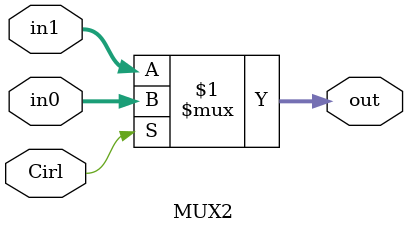
<source format=v>
`timescale 1ns / 1ps
module MUX2(
    input [31:0] in0,
    input [31:0] in1,
    input Cirl,
    output [31:0] out
    );
	assign out = Cirl ? in0 : in1;

endmodule

</source>
